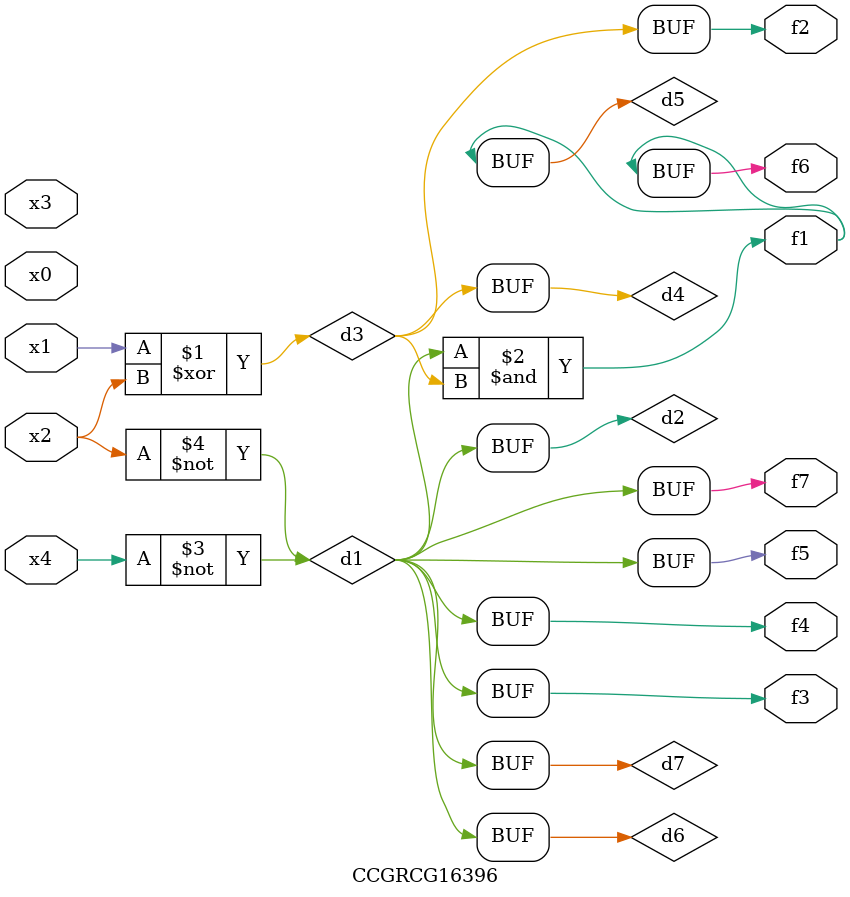
<source format=v>
module CCGRCG16396(
	input x0, x1, x2, x3, x4,
	output f1, f2, f3, f4, f5, f6, f7
);

	wire d1, d2, d3, d4, d5, d6, d7;

	not (d1, x4);
	not (d2, x2);
	xor (d3, x1, x2);
	buf (d4, d3);
	and (d5, d1, d3);
	buf (d6, d1, d2);
	buf (d7, d2);
	assign f1 = d5;
	assign f2 = d4;
	assign f3 = d7;
	assign f4 = d7;
	assign f5 = d7;
	assign f6 = d5;
	assign f7 = d7;
endmodule

</source>
